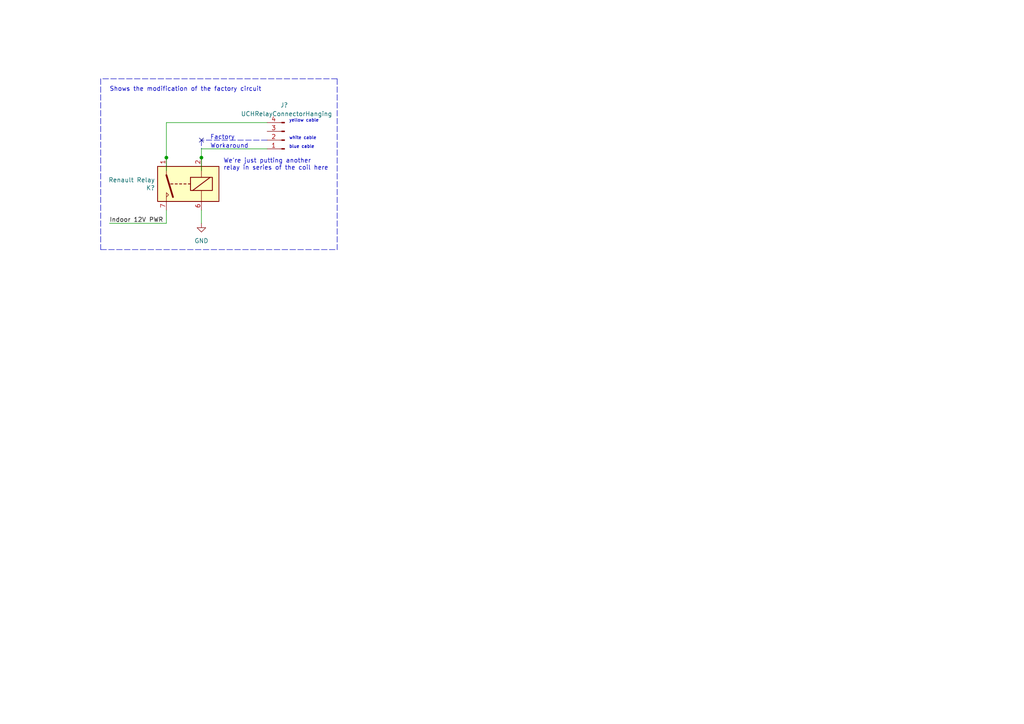
<source format=kicad_sch>
(kicad_sch (version 20211123) (generator eeschema)
  (paper "A4")
  (lib_symbols
    (symbol "Connector:Conn_01x04_Male" (pin_names (offset 1.016) hide)
      (property "Reference" "J" (at 0 5.08 0))
      (property "Value" "Conn_01x04_Male" (at 0 -7.62 0))
      (symbol "Conn_01x04_Male_1_1"
        (polyline (pts (xy 1.27 -5.08) (xy 0.8636 -5.08)) (stroke (width 0.1524)))
        (polyline (pts (xy 1.27 -2.54) (xy 0.8636 -2.54)) (stroke (width 0.1524)))
        (polyline (pts (xy 1.27 0) (xy 0.8636 0)) (stroke (width 0.1524)))
        (polyline (pts (xy 1.27 2.54) (xy 0.8636 2.54)) (stroke (width 0.1524)))
        (rectangle (start 0.8636 -4.953) (end 0 -5.207) (stroke (width 0.1524)) (fill (type outline)))
        (rectangle (start 0.8636 -2.413) (end 0 -2.667) (stroke (width 0.1524)) (fill (type outline)))
        (rectangle (start 0.8636 0.127) (end 0 -0.127) (stroke (width 0.1524)) (fill (type outline)))
        (rectangle (start 0.8636 2.667) (end 0 2.413) (stroke (width 0.1524)) (fill (type outline)))
        (pin passive line (at 5.08 2.54 180) (length 3.81) (name "Pin_1") (number "1"))
        (pin passive line (at 5.08 0 180) (length 3.81) (name "Pin_2") (number "2"))
        (pin passive line (at 5.08 -2.54 180) (length 3.81) (name "Pin_3") (number "3"))
        (pin passive line (at 5.08 -5.08 180) (length 3.81) (name "Pin_4") (number "4"))
      )
    )
    (symbol "Relay:DIPxx-1Axx-11x"
      (property "Reference" "K" (at 8.89 3.81 0))
      (property "Value" "DIPxx-1Axx-11x" (at 8.89 1.27 0))
      (symbol "DIPxx-1Axx-11x_0_0"
        (polyline (pts (xy 5.08 5.08) (xy 5.08 2.54) (xy 4.445 3.175) (xy 5.08 3.81)))
      )
      (symbol "DIPxx-1Axx-11x_0_1"
        (rectangle (start -10.16 5.08) (end 7.62 -5.08) (stroke (width 0.254)) (fill (type background)))
        (rectangle (start -8.255 1.905) (end -1.905 -1.905) (stroke (width 0.254)))
        (polyline (pts (xy -7.62 -1.905) (xy -2.54 1.905)) (stroke (width 0.254)))
        (polyline (pts (xy -5.08 -5.08) (xy -5.08 -1.905)))
        (polyline (pts (xy -5.08 5.08) (xy -5.08 1.905)))
        (polyline (pts (xy -1.905 0) (xy -1.27 0)) (stroke (width 0.254)))
        (polyline (pts (xy -0.635 0) (xy 0 0)) (stroke (width 0.254)))
        (polyline (pts (xy 0.635 0) (xy 1.27 0)) (stroke (width 0.254)))
        (polyline (pts (xy 1.905 0) (xy 2.54 0)) (stroke (width 0.254)))
        (polyline (pts (xy 3.175 0) (xy 3.81 0)) (stroke (width 0.254)))
        (polyline (pts (xy 5.08 -2.54) (xy 3.175 3.81)) (stroke (width 0.508)))
        (polyline (pts (xy 5.08 -2.54) (xy 5.08 -5.08)))
      )
      (symbol "DIPxx-1Axx-11x_1_1"
        (pin passive line (at 5.08 -7.62 90) (length 2.54) (name "~") (number "1"))
        (pin passive line (at 5.08 -7.62 90) (length 2.54) hide (name "~") (number "14"))
        (pin passive line (at -5.08 -7.62 90) (length 2.54) (name "~") (number "2"))
        (pin passive line (at -5.08 7.62 270) (length 2.54) (name "~") (number "6"))
        (pin passive line (at 5.08 7.62 270) (length 2.54) (name "~") (number "7"))
        (pin passive line (at 5.08 7.62 270) (length 2.54) hide (name "~") (number "8"))
      )
    )
    (symbol "power:GND" (power) (pin_names (offset 0))
      (property "Value" "GND" (at 0 -3.81 0))
      (symbol "GND_0_1"
        (polyline (pts (xy 0 0) (xy 0 -1.27) (xy 1.27 -1.27) (xy 0 -2.54) (xy -1.27 -1.27) (xy 0 -1.27)))
      )
      (symbol "GND_1_1"
        (pin power_in line (at 0 0 270) (length 0) hide (name "GND") (number "1"))
      )
    )
  )
  (junction (at 58.42 45.72))
  (junction (at 48.26 45.72))
  (no_connect (at 58.42 40.64))
  (polyline (pts (xy 97.79 22.86) (xy 97.79 72.39)))
  (polyline (pts (xy 77.47 40.64) (xy 58.42 40.64)))
  (wire (pts (xy 58.42 43.18) (xy 58.42 45.72)))
  (wire (pts (xy 48.26 45.72) (xy 48.26 49.53)))
  (wire (pts (xy 77.47 35.56) (xy 48.26 35.56)))
  (wire (pts (xy 48.26 60.96) (xy 48.26 64.77)))
  (polyline (pts (xy 29.21 72.39) (xy 97.79 72.39)))
  (polyline (pts (xy 58.42 40.64) (xy 58.42 43.18)))
  (polyline (pts (xy 97.79 22.86) (xy 29.21 22.86)))
  (wire (pts (xy 58.42 45.72) (xy 58.42 49.53)))
  (wire (pts (xy 77.47 43.18) (xy 58.42 43.18)))
  (wire (pts (xy 48.26 35.56) (xy 48.26 45.72)))
  (wire (pts (xy 58.42 60.96) (xy 58.42 64.77)))
  (polyline (pts (xy 29.21 22.86) (xy 29.21 72.39)))
  (wire (pts (xy 31.75 64.77) (xy 48.26 64.77)))
  (text "yellow cable" (at 83.82 35.56 0) (effects (font (size 0.9 0.9)) (justify left bottom)))
  (text "white cable" (at 83.82 40.64 0) (effects (font (size 0.9 0.9)) (justify left bottom)))
  (text "Shows the modification of the factory circuit" (at 31.75 26.67 0) (effects (font (size 1.27 1.27)) (justify left bottom)))
  (text "blue cable" (at 83.82 43.18 0) (effects (font (size 0.9 0.9)) (justify left bottom)))
  (text "We're just putting another\nrelay in series of the coil here" (at 64.77 49.53 0) (effects (font (size 1.27 1.27)) (justify left bottom)))
  (text "Workaround" (at 60.96 43.18 0) (effects (font (size 1.27 1.27)) (justify left bottom)))
  (text "Factory" (at 60.96 40.64 0) (effects (font (size 1.27 1.27)) (justify left bottom)))
  (label "Indoor 12V PWR" (at 31.75 64.77 0))
  (symbol (lib_id "Connector:Conn_01x04_Male") (at 82.55 40.64 180) (unit 1)
    (property "Reference" "J?" (at 81.28 30.48 0) (effects (justify right)))
    (property "Value" "UCHRelayConnectorHanging" (at 69.85 33.02 0) (effects (justify right)))
  )
  (symbol (lib_id "Relay:DIPxx-1Axx-11x") (at 53.34 53.34 180) (unit 1)
    (property "Reference" "K?" (at 44.958 54.5084 0) (effects (justify left)))
    (property "Value" "Renault Relay" (at 44.958 52.197 0) (effects (justify left)))
    (property "Footprint" "Relay_THT:Relay_StandexMeder_DIP_LowProfile" (effects hide))
    (property "Datasheet" "Tyco V23134-J52-X207" (effects hide))
  )
  (symbol (lib_id "power:GND") (at 58.42 64.77 0) (unit 1)
    (property "Reference" "#PWR?" (effects hide))
    (property "Value" "GND" (at 58.42 69.85 0))
  )
)
</source>
